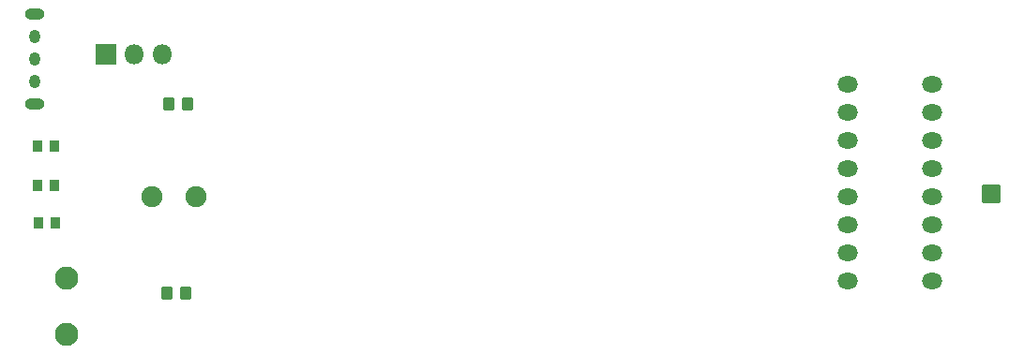
<source format=gts>
G04 Layer: TopSolderMaskLayer*
G04 EasyEDA v6.5.15, 2022-10-07 13:48:07*
G04 7ec79526355f426bb91a475ea7be51f8,10*
G04 Gerber Generator version 0.2*
G04 Scale: 100 percent, Rotated: No, Reflected: No *
G04 Dimensions in millimeters *
G04 leading zeros omitted , absolute positions ,4 integer and 5 decimal *
%FSLAX45Y45*%
%MOMM*%

%AMMACRO1*1,1,$1,$2,$3*1,1,$1,$4,$5*1,1,$1,0-$2,0-$3*1,1,$1,0-$4,0-$5*20,1,$1,$2,$3,$4,$5,0*20,1,$1,$4,$5,0-$2,0-$3,0*20,1,$1,0-$2,0-$3,0-$4,0-$5,0*20,1,$1,0-$4,0-$5,$2,$3,0*4,1,4,$2,$3,$4,$5,0-$2,0-$3,0-$4,0-$5,$2,$3,0*%
%ADD10MACRO1,0.1016X0.7874X0.7874X0.7874X-0.7874*%
%ADD11C,1.9016*%
%ADD12MACRO1,0.1016X0.45X0.5X0.45X-0.5*%
%ADD13C,2.1016*%
%ADD14O,1.7999964X1.7999964*%
%ADD15MACRO1,0.1016X0.9X0.9X0.9X-0.9*%
%ADD16MACRO1,0.1016X-0.4032X-0.432X-0.4032X0.432*%
%ADD17MACRO1,0.1016X0.4032X-0.432X0.4032X0.432*%
%ADD18O,0.9999979999999999X1.199896*%
%ADD19O,1.7999964X0.9999979999999999*%
%ADD20O,1.82499X1.4599920000000002*%

%LPD*%
D10*
G01*
X9677400Y5041900D03*
D11*
G01*
X2098700Y5016500D03*
G01*
X2498699Y5016500D03*
D12*
G01*
X2409090Y4140200D03*
G01*
X2239091Y4140200D03*
G01*
X2421790Y5854700D03*
G01*
X2251791Y5854700D03*
D13*
G01*
X1333500Y4276344D03*
G01*
X1333500Y3775455D03*
D14*
G01*
X2197100Y6299200D03*
G01*
X1943100Y6299200D03*
D15*
G01*
X1689100Y6299200D03*
D16*
G01*
X1218324Y5473700D03*
D17*
G01*
X1067675Y5473700D03*
D16*
G01*
X1231024Y4775200D03*
D17*
G01*
X1080375Y4775200D03*
D16*
G01*
X1218324Y5118100D03*
D17*
G01*
X1067675Y5118100D03*
D18*
G01*
X1041400Y6460962D03*
G01*
X1041400Y6261064D03*
G01*
X1041400Y6061217D03*
D19*
G01*
X1041400Y5851159D03*
G01*
X1041400Y6671045D03*
D20*
G01*
X9144000Y4254500D03*
G01*
X9144000Y4508500D03*
G01*
X9144000Y4762500D03*
G01*
X9144000Y5016500D03*
G01*
X9144000Y5270500D03*
G01*
X9144000Y5524500D03*
G01*
X9144000Y5778500D03*
G01*
X9144000Y6032500D03*
G01*
X8382000Y4254500D03*
G01*
X8382000Y4508500D03*
G01*
X8382000Y4762500D03*
G01*
X8382000Y5016500D03*
G01*
X8382000Y5270500D03*
G01*
X8382000Y5524500D03*
G01*
X8382000Y5778500D03*
G01*
X8382000Y6032500D03*
M02*

</source>
